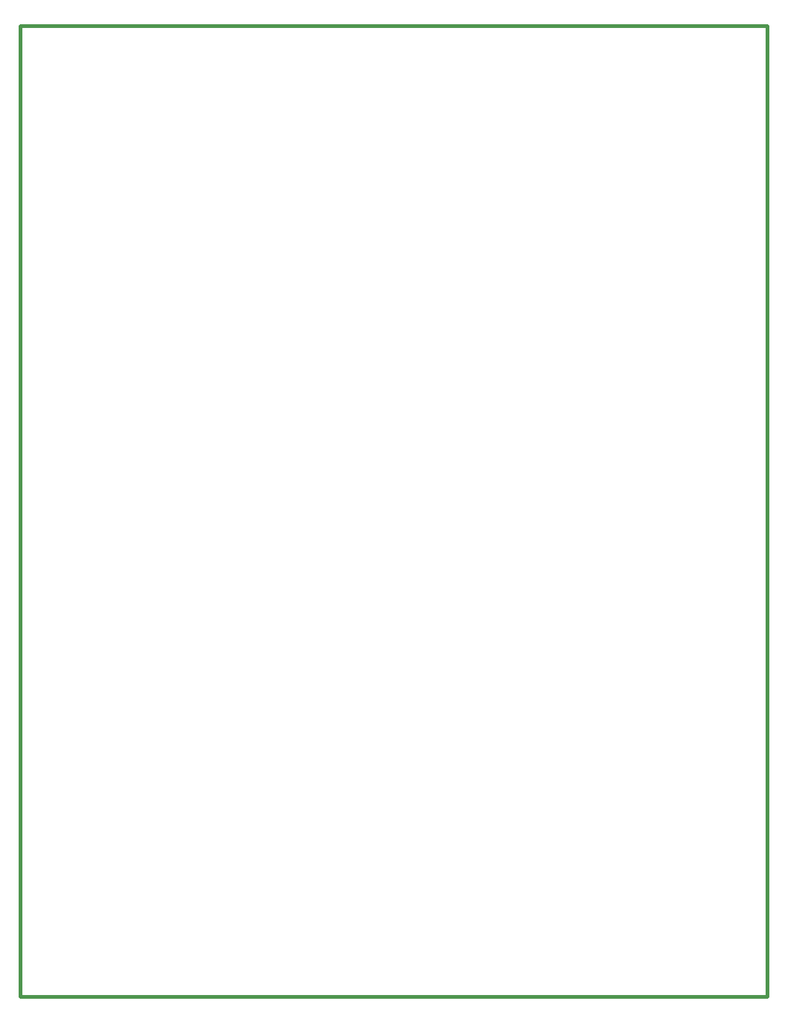
<source format=gbr>
G04 ( created by brdgerber.py ( brdgerber.py v0.1 2014-03-12 ) ) date 2020-10-07 04:59:30 EDT*
G04 Gerber Fmt 3.4, Leading zero omitted, Abs format*
%MOIN*%
%FSLAX34Y34*%
G01*
G70*
G90*
G04 APERTURE LIST*
%ADD10R,0.0550X0.0550*%
%ADD14R,0.0590X0.0354*%
%ADD16R,0.0629X0.0709*%
%ADD13C,0.0120*%
%ADD12C,0.0000*%
%ADD15C,0.0050*%
%ADD19C,0.2440*%
%ADD17C,0.0060*%
%ADD11C,0.0550*%
%ADD18C,0.0200*%
G04 APERTURE END LIST*
G54D10*
D18*
G01X-02950Y06950D02*
G01X35050Y06950D01*
D18*
G01X36050Y06950D02*
G01X36050Y-45100D01*
D18*
G01X35050Y-45100D02*
G01X-02950Y-45100D01*
D18*
G01X-04000Y-45100D02*
G01X-04000Y06950D01*
D18*
G01X-04000Y-45100D02*
G01X-02850Y-45100D01*
D18*
G01X-04000Y06950D02*
G01X-02900Y06950D01*
D18*
G01X35050Y06950D02*
G01X36050Y06950D01*
D18*
G01X35000Y-45100D02*
G01X36050Y-45100D01*
M02*

</source>
